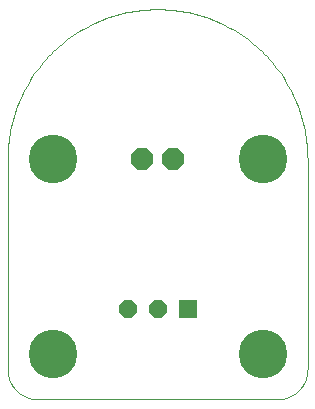
<source format=gts>
G75*
%MOIN*%
%OFA0B0*%
%FSLAX25Y25*%
%IPPOS*%
%LPD*%
%AMOC8*
5,1,8,0,0,1.08239X$1,22.5*
%
%ADD10OC8,0.06000*%
%ADD11R,0.06000X0.06000*%
%ADD12C,0.00000*%
%ADD13C,0.16211*%
%ADD14OC8,0.07487*%
D10*
X0046800Y0054006D03*
X0056800Y0054006D03*
D11*
X0066800Y0054006D03*
D12*
X0096800Y0024006D02*
X0016800Y0024006D01*
X0016558Y0024009D01*
X0016317Y0024018D01*
X0016076Y0024032D01*
X0015835Y0024053D01*
X0015595Y0024079D01*
X0015355Y0024111D01*
X0015116Y0024149D01*
X0014879Y0024192D01*
X0014642Y0024242D01*
X0014407Y0024297D01*
X0014173Y0024357D01*
X0013941Y0024424D01*
X0013710Y0024495D01*
X0013481Y0024573D01*
X0013254Y0024656D01*
X0013029Y0024744D01*
X0012806Y0024838D01*
X0012586Y0024937D01*
X0012368Y0025042D01*
X0012153Y0025151D01*
X0011940Y0025266D01*
X0011730Y0025386D01*
X0011524Y0025511D01*
X0011320Y0025641D01*
X0011119Y0025776D01*
X0010922Y0025916D01*
X0010728Y0026060D01*
X0010538Y0026209D01*
X0010352Y0026363D01*
X0010169Y0026521D01*
X0009990Y0026683D01*
X0009815Y0026850D01*
X0009644Y0027021D01*
X0009477Y0027196D01*
X0009315Y0027375D01*
X0009157Y0027558D01*
X0009003Y0027744D01*
X0008854Y0027934D01*
X0008710Y0028128D01*
X0008570Y0028325D01*
X0008435Y0028526D01*
X0008305Y0028730D01*
X0008180Y0028936D01*
X0008060Y0029146D01*
X0007945Y0029359D01*
X0007836Y0029574D01*
X0007731Y0029792D01*
X0007632Y0030012D01*
X0007538Y0030235D01*
X0007450Y0030460D01*
X0007367Y0030687D01*
X0007289Y0030916D01*
X0007218Y0031147D01*
X0007151Y0031379D01*
X0007091Y0031613D01*
X0007036Y0031848D01*
X0006986Y0032085D01*
X0006943Y0032322D01*
X0006905Y0032561D01*
X0006873Y0032801D01*
X0006847Y0033041D01*
X0006826Y0033282D01*
X0006812Y0033523D01*
X0006803Y0033764D01*
X0006800Y0034006D01*
X0006800Y0104006D01*
X0006815Y0105224D01*
X0006859Y0106440D01*
X0006933Y0107656D01*
X0007037Y0108869D01*
X0007170Y0110079D01*
X0007333Y0111286D01*
X0007525Y0112488D01*
X0007746Y0113686D01*
X0007996Y0114878D01*
X0008275Y0116063D01*
X0008583Y0117241D01*
X0008920Y0118411D01*
X0009285Y0119573D01*
X0009678Y0120725D01*
X0010099Y0121868D01*
X0010548Y0122999D01*
X0011024Y0124120D01*
X0011528Y0125229D01*
X0012058Y0126325D01*
X0012615Y0127408D01*
X0013198Y0128477D01*
X0013806Y0129531D01*
X0014441Y0130571D01*
X0015100Y0131594D01*
X0015784Y0132602D01*
X0016493Y0133592D01*
X0017225Y0134565D01*
X0017981Y0135519D01*
X0018760Y0136455D01*
X0019561Y0137372D01*
X0020385Y0138269D01*
X0021230Y0139145D01*
X0022096Y0140001D01*
X0022983Y0140836D01*
X0023890Y0141648D01*
X0024816Y0142438D01*
X0025762Y0143206D01*
X0026725Y0143950D01*
X0027707Y0144670D01*
X0028706Y0145367D01*
X0029721Y0146039D01*
X0030753Y0146686D01*
X0031800Y0147307D01*
X0032862Y0147903D01*
X0033938Y0148473D01*
X0035027Y0149017D01*
X0036130Y0149533D01*
X0037245Y0150023D01*
X0038371Y0150486D01*
X0039508Y0150921D01*
X0040656Y0151328D01*
X0041813Y0151707D01*
X0042979Y0152058D01*
X0044153Y0152380D01*
X0045335Y0152674D01*
X0046524Y0152939D01*
X0047718Y0153174D01*
X0048918Y0153381D01*
X0050123Y0153558D01*
X0051331Y0153706D01*
X0052543Y0153824D01*
X0053758Y0153913D01*
X0054974Y0153973D01*
X0056191Y0154002D01*
X0057409Y0154002D01*
X0058626Y0153973D01*
X0059842Y0153913D01*
X0061057Y0153824D01*
X0062269Y0153706D01*
X0063477Y0153558D01*
X0064682Y0153381D01*
X0065882Y0153174D01*
X0067076Y0152939D01*
X0068265Y0152674D01*
X0069447Y0152380D01*
X0070621Y0152058D01*
X0071787Y0151707D01*
X0072944Y0151328D01*
X0074092Y0150921D01*
X0075229Y0150486D01*
X0076355Y0150023D01*
X0077470Y0149533D01*
X0078573Y0149017D01*
X0079662Y0148473D01*
X0080738Y0147903D01*
X0081800Y0147307D01*
X0082847Y0146686D01*
X0083879Y0146039D01*
X0084894Y0145367D01*
X0085893Y0144670D01*
X0086875Y0143950D01*
X0087838Y0143206D01*
X0088784Y0142438D01*
X0089710Y0141648D01*
X0090617Y0140836D01*
X0091504Y0140001D01*
X0092370Y0139145D01*
X0093215Y0138269D01*
X0094039Y0137372D01*
X0094840Y0136455D01*
X0095619Y0135519D01*
X0096375Y0134565D01*
X0097107Y0133592D01*
X0097816Y0132602D01*
X0098500Y0131594D01*
X0099159Y0130571D01*
X0099794Y0129531D01*
X0100402Y0128477D01*
X0100985Y0127408D01*
X0101542Y0126325D01*
X0102072Y0125229D01*
X0102576Y0124120D01*
X0103052Y0122999D01*
X0103501Y0121868D01*
X0103922Y0120725D01*
X0104315Y0119573D01*
X0104680Y0118411D01*
X0105017Y0117241D01*
X0105325Y0116063D01*
X0105604Y0114878D01*
X0105854Y0113686D01*
X0106075Y0112488D01*
X0106267Y0111286D01*
X0106430Y0110079D01*
X0106563Y0108869D01*
X0106667Y0107656D01*
X0106741Y0106440D01*
X0106785Y0105224D01*
X0106800Y0104006D01*
X0106800Y0034006D01*
X0106797Y0033764D01*
X0106788Y0033523D01*
X0106774Y0033282D01*
X0106753Y0033041D01*
X0106727Y0032801D01*
X0106695Y0032561D01*
X0106657Y0032322D01*
X0106614Y0032085D01*
X0106564Y0031848D01*
X0106509Y0031613D01*
X0106449Y0031379D01*
X0106382Y0031147D01*
X0106311Y0030916D01*
X0106233Y0030687D01*
X0106150Y0030460D01*
X0106062Y0030235D01*
X0105968Y0030012D01*
X0105869Y0029792D01*
X0105764Y0029574D01*
X0105655Y0029359D01*
X0105540Y0029146D01*
X0105420Y0028936D01*
X0105295Y0028730D01*
X0105165Y0028526D01*
X0105030Y0028325D01*
X0104890Y0028128D01*
X0104746Y0027934D01*
X0104597Y0027744D01*
X0104443Y0027558D01*
X0104285Y0027375D01*
X0104123Y0027196D01*
X0103956Y0027021D01*
X0103785Y0026850D01*
X0103610Y0026683D01*
X0103431Y0026521D01*
X0103248Y0026363D01*
X0103062Y0026209D01*
X0102872Y0026060D01*
X0102678Y0025916D01*
X0102481Y0025776D01*
X0102280Y0025641D01*
X0102076Y0025511D01*
X0101870Y0025386D01*
X0101660Y0025266D01*
X0101447Y0025151D01*
X0101232Y0025042D01*
X0101014Y0024937D01*
X0100794Y0024838D01*
X0100571Y0024744D01*
X0100346Y0024656D01*
X0100119Y0024573D01*
X0099890Y0024495D01*
X0099659Y0024424D01*
X0099427Y0024357D01*
X0099193Y0024297D01*
X0098958Y0024242D01*
X0098721Y0024192D01*
X0098484Y0024149D01*
X0098245Y0024111D01*
X0098005Y0024079D01*
X0097765Y0024053D01*
X0097524Y0024032D01*
X0097283Y0024018D01*
X0097042Y0024009D01*
X0096800Y0024006D01*
D13*
X0091800Y0039006D03*
X0091800Y0104006D03*
X0021800Y0104006D03*
X0021800Y0039006D03*
D14*
X0051721Y0104006D03*
X0061879Y0104006D03*
M02*

</source>
